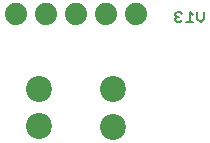
<source format=gbr>
G04 EAGLE Gerber RS-274X export*
G75*
%MOMM*%
%FSLAX34Y34*%
%LPD*%
%INBottom Copper*%
%IPPOS*%
%AMOC8*
5,1,8,0,0,1.08239X$1,22.5*%
G01*
%ADD10C,0.152400*%
%ADD11C,1.879600*%
%ADD12C,2.200000*%


D10*
X222758Y128785D02*
X222758Y123023D01*
X219877Y120142D01*
X216996Y123023D01*
X216996Y128785D01*
X213403Y125904D02*
X210522Y128785D01*
X210522Y120142D01*
X213403Y120142D02*
X207641Y120142D01*
X204048Y127345D02*
X202607Y128785D01*
X199726Y128785D01*
X198285Y127345D01*
X198285Y125904D01*
X199726Y124464D01*
X201167Y124464D01*
X199726Y124464D02*
X198285Y123023D01*
X198285Y121583D01*
X199726Y120142D01*
X202607Y120142D01*
X204048Y121583D01*
D11*
X165100Y127000D03*
X139700Y127000D03*
X114300Y127000D03*
X88900Y127000D03*
X63500Y127000D03*
D12*
X145505Y31670D03*
X145279Y63769D03*
X83082Y31898D03*
X83222Y63757D03*
M02*

</source>
